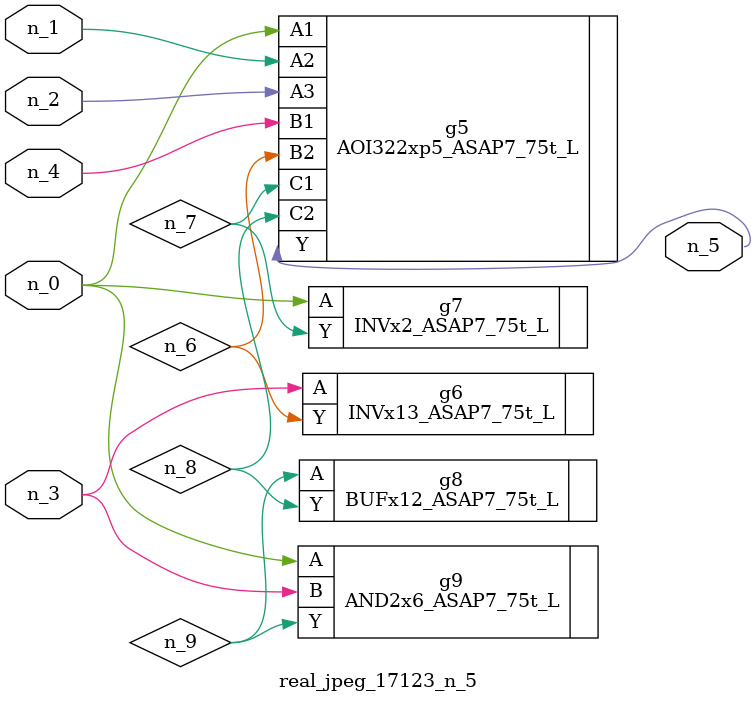
<source format=v>
module real_jpeg_17123_n_5 (n_4, n_0, n_1, n_2, n_3, n_5);

input n_4;
input n_0;
input n_1;
input n_2;
input n_3;

output n_5;

wire n_8;
wire n_6;
wire n_7;
wire n_9;

AOI322xp5_ASAP7_75t_L g5 ( 
.A1(n_0),
.A2(n_1),
.A3(n_2),
.B1(n_4),
.B2(n_6),
.C1(n_7),
.C2(n_8),
.Y(n_5)
);

INVx2_ASAP7_75t_L g7 ( 
.A(n_0),
.Y(n_7)
);

AND2x6_ASAP7_75t_L g9 ( 
.A(n_0),
.B(n_3),
.Y(n_9)
);

INVx13_ASAP7_75t_L g6 ( 
.A(n_3),
.Y(n_6)
);

BUFx12_ASAP7_75t_L g8 ( 
.A(n_9),
.Y(n_8)
);


endmodule
</source>
